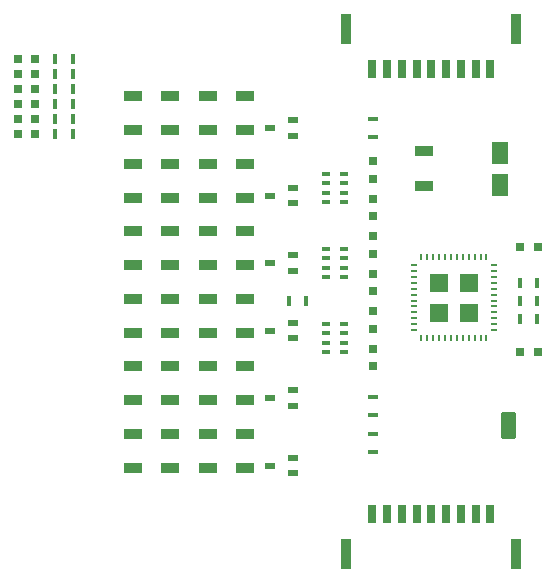
<source format=gbr>
G04 #@! TF.FileFunction,Paste,Top*
%FSLAX46Y46*%
G04 Gerber Fmt 4.6, Leading zero omitted, Abs format (unit mm)*
G04 Created by KiCad (PCBNEW (2014-11-27 BZR 5304)-product) date 12/11/2014 4:23:06 PM*
%MOMM*%
G01*
G04 APERTURE LIST*
%ADD10C,0.100000*%
%ADD11R,0.737560X0.737560*%
%ADD12R,1.441140X1.890720*%
%ADD13R,0.690000X0.740000*%
%ADD14R,0.740000X0.690000*%
%ADD15R,1.210000X0.905200*%
%ADD16R,0.440000X0.840000*%
%ADD17R,1.540000X0.940000*%
%ADD18R,0.840000X0.440000*%
%ADD19R,1.640000X0.840000*%
%ADD20R,0.702000X0.371800*%
%ADD21R,0.940760X0.539440*%
%ADD22R,0.539440X0.188920*%
%ADD23R,0.188920X0.539440*%
%ADD24R,1.640000X1.640000*%
%ADD25R,0.640000X1.640000*%
%ADD26R,0.940000X2.540000*%
%ADD27C,0.254000*%
G04 APERTURE END LIST*
D10*
D11*
X168795700Y-109855000D03*
X170294300Y-109855000D03*
D12*
X209640400Y-117769300D03*
X209640400Y-120487100D03*
D13*
X198882000Y-118503000D03*
X198882000Y-120003000D03*
X198882000Y-121678000D03*
X198882000Y-123178000D03*
X198882000Y-124853000D03*
X198882000Y-126353000D03*
X198882000Y-128028000D03*
X198882000Y-129528000D03*
X198882000Y-131203000D03*
X198882000Y-132703000D03*
X198882000Y-134378000D03*
X198882000Y-135878000D03*
D14*
X211340000Y-134620000D03*
X212840000Y-134620000D03*
X211340000Y-125730000D03*
X212840000Y-125730000D03*
D11*
X168795700Y-111125000D03*
X170294300Y-111125000D03*
X168795700Y-112395000D03*
X170294300Y-112395000D03*
X168795700Y-113665000D03*
X170294300Y-113665000D03*
X168795700Y-114935000D03*
X170294300Y-114935000D03*
X168795700Y-116205000D03*
X170294300Y-116205000D03*
D15*
X210312000Y-140208000D03*
X210312000Y-141478000D03*
D16*
X173470000Y-109855000D03*
X171970000Y-109855000D03*
X173470000Y-111125000D03*
X171970000Y-111125000D03*
X173470000Y-112395000D03*
X171970000Y-112395000D03*
X173470000Y-113665000D03*
X171970000Y-113665000D03*
X173470000Y-114935000D03*
X171970000Y-114935000D03*
X173470000Y-116205000D03*
X171970000Y-116205000D03*
X193245400Y-130304200D03*
X191745400Y-130304200D03*
D17*
X203163400Y-117628200D03*
X203163400Y-120628200D03*
D16*
X212803400Y-128780200D03*
X211303400Y-128780200D03*
X212803400Y-130304200D03*
X211303400Y-130304200D03*
X212803400Y-131828200D03*
X211303400Y-131828200D03*
D18*
X198845400Y-143119200D03*
X198845400Y-141619200D03*
X198845400Y-114949200D03*
X198845400Y-116449200D03*
D19*
X181700400Y-112979200D03*
X181700400Y-115879200D03*
X178525400Y-112979200D03*
X178525400Y-115879200D03*
X181700400Y-118694200D03*
X181700400Y-121594200D03*
X184875400Y-118694200D03*
X184875400Y-121594200D03*
X188050400Y-118694200D03*
X188050400Y-121594200D03*
X184875400Y-124409200D03*
X184875400Y-127309200D03*
X188050400Y-124409200D03*
X188050400Y-127309200D03*
X181700400Y-124409200D03*
X181700400Y-127309200D03*
X178525400Y-124409200D03*
X178525400Y-127309200D03*
X188050400Y-130124200D03*
X188050400Y-133024200D03*
X184875400Y-130124200D03*
X184875400Y-133024200D03*
X181700400Y-130124200D03*
X181700400Y-133024200D03*
X188050400Y-135839200D03*
X188050400Y-138739200D03*
X178525400Y-135839200D03*
X178525400Y-138739200D03*
X181700400Y-135839200D03*
X181700400Y-138739200D03*
X184875400Y-135839200D03*
X184875400Y-138739200D03*
X184875400Y-141554200D03*
X184875400Y-144454200D03*
X188050400Y-141554200D03*
X188050400Y-144454200D03*
X181700400Y-141554200D03*
X181700400Y-144454200D03*
X178525400Y-141554200D03*
X178525400Y-144454200D03*
X188050400Y-112979200D03*
X188050400Y-115879200D03*
X184875400Y-112979200D03*
X184875400Y-115879200D03*
X178525400Y-118694200D03*
X178525400Y-121594200D03*
D20*
X194908400Y-120380420D03*
X196432400Y-120380420D03*
X194908400Y-121177980D03*
X196432400Y-121177980D03*
X194908400Y-119580320D03*
X194908400Y-121978080D03*
X196432400Y-121978080D03*
X196432400Y-119580320D03*
X194908400Y-126730420D03*
X196432400Y-126730420D03*
X194908400Y-127527980D03*
X196432400Y-127527980D03*
X194908400Y-125930320D03*
X194908400Y-128328080D03*
X196432400Y-128328080D03*
X196432400Y-125930320D03*
X194908400Y-133080420D03*
X196432400Y-133080420D03*
X194908400Y-133877980D03*
X196432400Y-133877980D03*
X194908400Y-132280320D03*
X194908400Y-134678080D03*
X196432400Y-134678080D03*
X196432400Y-132280320D03*
D19*
X178525400Y-130124200D03*
X178525400Y-133024200D03*
D18*
X198845400Y-138444200D03*
X198845400Y-139944200D03*
D21*
X192084960Y-115046760D03*
X192084960Y-116347240D03*
X190185040Y-115697000D03*
X192084960Y-120761760D03*
X192084960Y-122062240D03*
X190185040Y-121412000D03*
X192084960Y-126476760D03*
X192084960Y-127777240D03*
X190185040Y-127127000D03*
X192084960Y-132191760D03*
X192084960Y-133492240D03*
X190185040Y-132842000D03*
X192084960Y-137906760D03*
X192084960Y-139207240D03*
X190185040Y-138557000D03*
X192084960Y-143621760D03*
X192084960Y-144922240D03*
X190185040Y-144272000D03*
D22*
X202341480Y-127299720D03*
X202341480Y-127800100D03*
X202341480Y-128300480D03*
X202341480Y-128800860D03*
X202341480Y-129298700D03*
X202341480Y-129799080D03*
X202341480Y-130299460D03*
X202341480Y-130799840D03*
X202341480Y-131300220D03*
X202341480Y-131800600D03*
X202341480Y-132300980D03*
X202341480Y-132798820D03*
X209138520Y-128795780D03*
X209138520Y-128297940D03*
X209138520Y-127797560D03*
X209138520Y-127297180D03*
D23*
X204990700Y-133449060D03*
X205490000Y-133448000D03*
X205988920Y-133449060D03*
X206489300Y-133449060D03*
X206989680Y-133449060D03*
X207490060Y-133449060D03*
X207990440Y-133449060D03*
X208490820Y-133449060D03*
X202991720Y-133449060D03*
X203492100Y-133449060D03*
X203992480Y-133449060D03*
X204490320Y-133449060D03*
D22*
X209138520Y-132796280D03*
X209141060Y-132295900D03*
X209141060Y-131798060D03*
X209141060Y-131297680D03*
X209141060Y-130797300D03*
X209141060Y-130296920D03*
X209141060Y-129796540D03*
X209141060Y-129296160D03*
D23*
X208490820Y-126649480D03*
X207990440Y-126649480D03*
X207490060Y-126649480D03*
X206992220Y-126649480D03*
X206491840Y-126649480D03*
X205991460Y-126649480D03*
X205491080Y-126649480D03*
X204990700Y-126649480D03*
X204490320Y-126649480D03*
X203989940Y-126649480D03*
X203492100Y-126649480D03*
X202991720Y-126649480D03*
D24*
X204470000Y-128778000D03*
X207010000Y-128778000D03*
X204470000Y-131318000D03*
X207010000Y-131318000D03*
D25*
X208835000Y-110715000D03*
D26*
X211035000Y-107315000D03*
D25*
X207585000Y-110715000D03*
X206335000Y-110715000D03*
X205085000Y-110715000D03*
X203835000Y-110715000D03*
X202585000Y-110715000D03*
X201335000Y-110715000D03*
X200085000Y-110715000D03*
X198835000Y-110715000D03*
D26*
X196635000Y-107315000D03*
D25*
X198835000Y-148365000D03*
D26*
X196635000Y-151765000D03*
D25*
X200085000Y-148365000D03*
X201335000Y-148365000D03*
X202585000Y-148365000D03*
X203835000Y-148365000D03*
X205085000Y-148365000D03*
X206335000Y-148365000D03*
X207585000Y-148365000D03*
X208835000Y-148365000D03*
D26*
X211035000Y-151765000D03*
D27*
G36*
X210820000Y-141859000D02*
X209804000Y-141859000D01*
X209804000Y-139827000D01*
X210820000Y-139827000D01*
X210820000Y-141859000D01*
X210820000Y-141859000D01*
G37*
X210820000Y-141859000D02*
X209804000Y-141859000D01*
X209804000Y-139827000D01*
X210820000Y-139827000D01*
X210820000Y-141859000D01*
M02*

</source>
